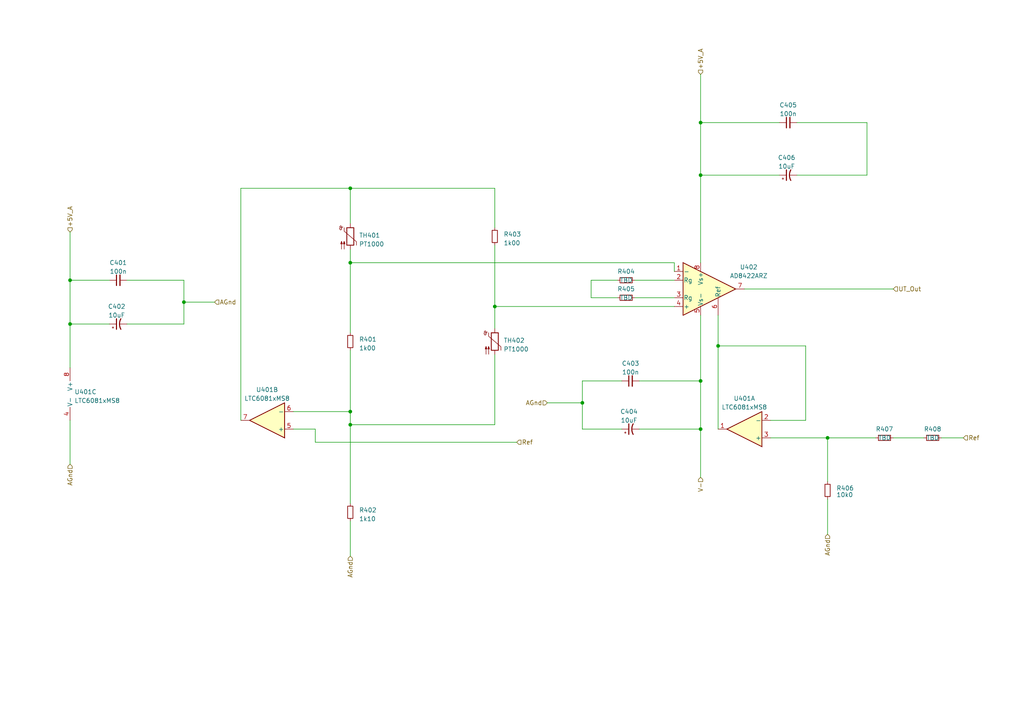
<source format=kicad_sch>
(kicad_sch (version 20230121) (generator eeschema)
  (paper "A4")
  (lib_symbols
    (symbol "Amplifier_Instrumentation:AD8422ARZ" (pin_names (offset 0.127))
      (property "Reference" "U" (at 3.556 7.366 0))
      (property "Value" "AD8422ARZ" (at 7.366 5.334 0))
      (symbol "AD8422ARZ_0_1"
        (polyline (pts (xy -5.08 7.62) (xy -5.08 -7.62) (xy 10.16 0) (xy -5.08 7.62)) (stroke (width 0.254)) (fill (type background)))
      )
      (symbol "AD8422ARZ_1_1"
        (pin input line (at -7.62 5.08 0) (length 2.54) (name "-") (number "1"))
        (pin passive line (at -7.62 2.54 0) (length 2.54) (name "Rg") (number "2"))
        (pin passive line (at -7.62 -2.54 0) (length 2.54) (name "Rg") (number "3"))
        (pin input line (at -7.62 -5.08 0) (length 2.54) (name "+") (number "4"))
        (pin power_in line (at 0 -7.62 90) (length 2.54) (name "Vs-") (number "5"))
        (pin passive line (at 5.08 -7.62 90) (length 5.08) (name "Ref") (number "6"))
        (pin output line (at 12.7 0 180) (length 2.54) (name "~") (number "7"))
        (pin power_in line (at 0 7.62 270) (length 2.54) (name "Vs+") (number "8"))
      )
    )
    (symbol "Amplifier_Operational:LTC6081xMS8" (pin_names (offset 0.127))
      (property "Reference" "U" (at 0 5.08 0))
      (property "Value" "LTC6081xMS8" (at 0 -5.08 0))
      (symbol "LTC6081xMS8_1_1"
        (polyline (pts (xy -5.08 5.08) (xy 5.08 0) (xy -5.08 -5.08) (xy -5.08 5.08)) (stroke (width 0.254)) (fill (type background)))
        (pin output line (at 7.62 0 180) (length 2.54) (name "~") (number "1"))
        (pin input line (at -7.62 -2.54 0) (length 2.54) (name "-") (number "2"))
        (pin input line (at -7.62 2.54 0) (length 2.54) (name "+") (number "3"))
      )
      (symbol "LTC6081xMS8_2_1"
        (polyline (pts (xy -5.08 5.08) (xy 5.08 0) (xy -5.08 -5.08) (xy -5.08 5.08)) (stroke (width 0.254)) (fill (type background)))
        (pin input line (at -7.62 2.54 0) (length 2.54) (name "+") (number "5"))
        (pin input line (at -7.62 -2.54 0) (length 2.54) (name "-") (number "6"))
        (pin output line (at 7.62 0 180) (length 2.54) (name "~") (number "7"))
      )
      (symbol "LTC6081xMS8_3_1"
        (pin power_in line (at -2.54 -7.62 90) (length 3.81) (name "V-") (number "4"))
        (pin power_in line (at -2.54 7.62 270) (length 3.81) (name "V+") (number "8"))
      )
    )
    (symbol "Device:C_Polarized_Small_US" (pin_numbers hide) (pin_names (offset 0.254) hide)
      (property "Reference" "C" (at 0.254 1.778 0))
      (property "Value" "C_Polarized_Small_US" (at 0.254 -2.032 0))
      (symbol "C_Polarized_Small_US_0_1"
        (polyline (pts (xy -1.524 0.508) (xy 1.524 0.508)) (stroke (width 0.3048)))
        (polyline (pts (xy -1.27 1.524) (xy -0.762 1.524)))
        (polyline (pts (xy -1.016 1.27) (xy -1.016 1.778)))
        (arc (start 1.524 -0.762) (mid 0 -0.3734) (end -1.524 -0.762) (stroke (width 0.3048)))
      )
      (symbol "C_Polarized_Small_US_1_1"
        (pin passive line (at 0 2.54 270) (length 2.032) (name "~") (number "1"))
        (pin passive line (at 0 -2.54 90) (length 2.032) (name "~") (number "2"))
      )
    )
    (symbol "Device:C_Small" (pin_numbers hide) (pin_names (offset 0.254) hide)
      (property "Reference" "C" (at 0.254 1.778 0))
      (property "Value" "C_Small" (at 0.254 -2.032 0))
      (symbol "C_Small_0_1"
        (polyline (pts (xy -1.524 -0.508) (xy 1.524 -0.508)) (stroke (width 0.3302)))
        (polyline (pts (xy -1.524 0.508) (xy 1.524 0.508)) (stroke (width 0.3048)))
      )
      (symbol "C_Small_1_1"
        (pin passive line (at 0 2.54 270) (length 2.032) (name "~") (number "1"))
        (pin passive line (at 0 -2.54 90) (length 2.032) (name "~") (number "2"))
      )
    )
    (symbol "Device:R_Small" (pin_numbers hide) (pin_names (offset 0.254) hide)
      (property "Reference" "R" (at 0.762 0.508 0))
      (property "Value" "R_Small" (at 0.762 -1.016 0))
      (symbol "R_Small_0_1"
        (rectangle (start -0.762 1.778) (end 0.762 -1.778) (stroke (width 0.2032)))
      )
      (symbol "R_Small_1_1"
        (pin passive line (at 0 2.54 270) (length 0.762) (name "~") (number "1"))
        (pin passive line (at 0 -2.54 90) (length 0.762) (name "~") (number "2"))
      )
    )
    (symbol "Sensor_Temperature:PT1000" (pin_numbers hide) (pin_names (offset 0))
      (property "Reference" "TH" (at -4.445 0 90))
      (property "Value" "PT1000" (at 3.175 0 90))
      (symbol "PT1000_0_1"
        (arc (start -3.048 2.159) (mid -3.0495 2.3143) (end -3.175 2.413))
        (arc (start -3.048 2.159) (mid -2.9736 1.9794) (end -2.794 1.905))
        (arc (start -3.048 2.794) (mid -2.9736 2.6144) (end -2.794 2.54))
        (arc (start -2.794 1.905) (mid -2.6144 1.9794) (end -2.54 2.159))
        (arc (start -2.794 2.54) (mid -2.4393 2.5587) (end -2.159 2.794))
        (arc (start -2.794 3.048) (mid -2.9736 2.9736) (end -3.048 2.794))
        (arc (start -2.54 2.794) (mid -2.6144 2.9736) (end -2.794 3.048))
        (rectangle (start -1.016 2.54) (end 1.016 -2.54) (stroke (width 0.254)))
        (polyline (pts (xy -2.54 2.159) (xy -2.54 2.794)))
        (polyline (pts (xy -1.778 2.54) (xy -1.778 1.524) (xy 1.778 -1.524) (xy 1.778 -2.54)))
        (polyline (pts (xy -2.54 -3.683) (xy -2.54 -1.397) (xy -2.794 -2.159) (xy -2.286 -2.159) (xy -2.54 -1.397) (xy -2.54 -1.651)) (fill (type outline)))
        (polyline (pts (xy -1.778 -3.683) (xy -1.778 -1.397) (xy -2.032 -2.159) (xy -1.524 -2.159) (xy -1.778 -1.397) (xy -1.778 -1.651)) (fill (type outline)))
      )
      (symbol "PT1000_1_1"
        (pin passive line (at 0 3.81 270) (length 1.27) (name "~") (number "1"))
        (pin passive line (at 0 -3.81 90) (length 1.27) (name "~") (number "2"))
      )
    )
  )
  (junction (at 20.32 93.98))
  (junction (at 53.34 87.63))
  (junction (at 101.6 123.19))
  (junction (at 203.2 110.49))
  (junction (at 208.28 100.33))
  (junction (at 101.6 119.38))
  (junction (at 240.03 127))
  (junction (at 168.91 116.84))
  (junction (at 203.2 124.46))
  (junction (at 203.2 50.8))
  (junction (at 101.6 76.2))
  (junction (at 101.6 54.61))
  (junction (at 20.32 81.28))
  (junction (at 203.2 35.56))
  (junction (at 143.51 88.9))
  (wire (pts (xy 231.14 35.56) (xy 251.46 35.56)))
  (wire (pts (xy 101.6 72.39) (xy 101.6 76.2)))
  (wire (pts (xy 168.91 110.49) (xy 180.34 110.49)))
  (wire (pts (xy 240.03 127) (xy 254 127)))
  (wire (pts (xy 180.34 124.46) (xy 168.91 124.46)))
  (wire (pts (xy 91.44 128.27) (xy 149.86 128.27)))
  (wire (pts (xy 31.75 81.28) (xy 20.32 81.28)))
  (wire (pts (xy 223.52 121.92) (xy 233.68 121.92)))
  (wire (pts (xy 185.42 110.49) (xy 203.2 110.49)))
  (wire (pts (xy 184.15 86.36) (xy 195.58 86.36)))
  (wire (pts (xy 259.08 127) (xy 267.97 127)))
  (wire (pts (xy 171.45 86.36) (xy 171.45 81.28)))
  (wire (pts (xy 20.32 121.92) (xy 20.32 134.62)))
  (wire (pts (xy 101.6 76.2) (xy 101.6 96.52)))
  (wire (pts (xy 53.34 93.98) (xy 36.83 93.98)))
  (wire (pts (xy 101.6 119.38) (xy 101.6 123.19)))
  (wire (pts (xy 195.58 76.2) (xy 195.58 78.74)))
  (wire (pts (xy 233.68 121.92) (xy 233.68 100.33)))
  (wire (pts (xy 203.2 110.49) (xy 203.2 124.46)))
  (wire (pts (xy 185.42 124.46) (xy 203.2 124.46)))
  (wire (pts (xy 168.91 124.46) (xy 168.91 116.84)))
  (wire (pts (xy 91.44 124.46) (xy 91.44 128.27)))
  (wire (pts (xy 143.51 123.19) (xy 143.51 102.87)))
  (wire (pts (xy 203.2 91.44) (xy 203.2 110.49)))
  (wire (pts (xy 85.09 119.38) (xy 101.6 119.38)))
  (wire (pts (xy 215.9 83.82) (xy 259.08 83.82)))
  (wire (pts (xy 203.2 35.56) (xy 203.2 50.8)))
  (wire (pts (xy 69.85 54.61) (xy 101.6 54.61)))
  (wire (pts (xy 36.83 81.28) (xy 53.34 81.28)))
  (wire (pts (xy 101.6 54.61) (xy 101.6 64.77)))
  (wire (pts (xy 184.15 81.28) (xy 195.58 81.28)))
  (wire (pts (xy 20.32 81.28) (xy 20.32 93.98)))
  (wire (pts (xy 53.34 81.28) (xy 53.34 87.63)))
  (wire (pts (xy 233.68 100.33) (xy 208.28 100.33)))
  (wire (pts (xy 168.91 116.84) (xy 168.91 110.49)))
  (wire (pts (xy 273.05 127) (xy 279.4 127)))
  (wire (pts (xy 203.2 35.56) (xy 226.06 35.56)))
  (wire (pts (xy 20.32 93.98) (xy 20.32 106.68)))
  (wire (pts (xy 203.2 124.46) (xy 203.2 138.43)))
  (wire (pts (xy 223.52 127) (xy 240.03 127)))
  (wire (pts (xy 101.6 76.2) (xy 195.58 76.2)))
  (wire (pts (xy 208.28 91.44) (xy 208.28 100.33)))
  (wire (pts (xy 203.2 50.8) (xy 226.06 50.8)))
  (wire (pts (xy 240.03 144.78) (xy 240.03 154.94)))
  (wire (pts (xy 101.6 101.6) (xy 101.6 119.38)))
  (wire (pts (xy 53.34 87.63) (xy 62.23 87.63)))
  (wire (pts (xy 171.45 81.28) (xy 179.07 81.28)))
  (wire (pts (xy 208.28 100.33) (xy 208.28 124.46)))
  (wire (pts (xy 91.44 124.46) (xy 85.09 124.46)))
  (wire (pts (xy 143.51 88.9) (xy 143.51 95.25)))
  (wire (pts (xy 53.34 87.63) (xy 53.34 93.98)))
  (wire (pts (xy 251.46 50.8) (xy 231.14 50.8)))
  (wire (pts (xy 20.32 67.31) (xy 20.32 81.28)))
  (wire (pts (xy 69.85 121.92) (xy 69.85 54.61)))
  (wire (pts (xy 195.58 88.9) (xy 143.51 88.9)))
  (wire (pts (xy 20.32 93.98) (xy 31.75 93.98)))
  (wire (pts (xy 240.03 139.7) (xy 240.03 127)))
  (wire (pts (xy 101.6 123.19) (xy 101.6 146.05)))
  (wire (pts (xy 203.2 21.59) (xy 203.2 35.56)))
  (wire (pts (xy 203.2 50.8) (xy 203.2 76.2)))
  (wire (pts (xy 143.51 54.61) (xy 143.51 66.04)))
  (wire (pts (xy 101.6 123.19) (xy 143.51 123.19)))
  (wire (pts (xy 251.46 35.56) (xy 251.46 50.8)))
  (wire (pts (xy 101.6 151.13) (xy 101.6 161.29)))
  (wire (pts (xy 158.75 116.84) (xy 168.91 116.84)))
  (wire (pts (xy 101.6 54.61) (xy 143.51 54.61)))
  (wire (pts (xy 179.07 86.36) (xy 171.45 86.36)))
  (wire (pts (xy 143.51 71.12) (xy 143.51 88.9)))
  (hierarchical_label "AGnd" (shape input) (at 240.03 154.94 270))
  (hierarchical_label "AGnd" (shape input) (at 62.23 87.63 0))
  (hierarchical_label "+5V_A" (shape input) (at 20.32 67.31 90))
  (hierarchical_label "+5V_A" (shape input) (at 203.2 21.59 90))
  (hierarchical_label "AGnd" (shape input) (at 20.32 134.62 270))
  (hierarchical_label "Ref" (shape input) (at 279.4 127 0))
  (hierarchical_label "V-" (shape input) (at 203.2 138.43 270))
  (hierarchical_label "AGnd" (shape input) (at 101.6 161.29 270))
  (hierarchical_label "AGnd" (shape input) (at 158.75 116.84 180))
  (hierarchical_label "Ref" (shape input) (at 149.86 128.27 0))
  (hierarchical_label "UT_Out" (shape input) (at 259.08 83.82 0))
  (symbol (lib_id "Device:C_Small") (at 228.6 35.56 90) (unit 1)
    (property "Reference" "C405" (at 228.6063 30.48 90))
    (property "Value" "100n" (at 228.6063 33.02 90))
    (property "Footprint" "Capacitor_SMD:C_0805_2012Metric" (effects hide))
  )
  (symbol (lib_id "Device:R_Small") (at 143.51 68.58 0) (unit 1)
    (property "Reference" "R403" (at 146.05 67.945 0) (effects (justify left)))
    (property "Value" "1k00" (at 146.05 70.485 0) (effects (justify left)))
    (property "Footprint" "Resistor_SMD:R_0805_2012Metric" (effects hide))
  )
  (symbol (lib_id "Sensor_Temperature:PT1000") (at 143.51 99.06 0) (unit 1)
    (property "Reference" "TH402" (at 146.05 98.7425 0) (effects (justify left)))
    (property "Value" "PT1000" (at 146.05 101.2825 0) (effects (justify left)))
    (property "Footprint" "Resistor_SMD:R_0805_2012Metric" (effects hide))
    (property "Datasheet" "https://www.heraeus.com/media/media/group/doc_group/products_1/hst/sot_to/de_15/to_92_d.pdf" (effects hide))
  )
  (symbol (lib_id "Device:C_Polarized_Small_US") (at 228.6 50.8 90) (unit 1)
    (property "Reference" "C406" (at 228.1682 45.72 90))
    (property "Value" "10uF" (at 228.1682 48.26 90))
    (property "Footprint" "Capacitor_Tantalum_SMD:CP_EIA-3216-18_Kemet-A" (effects hide))
  )
  (symbol (lib_id "Device:R_Small") (at 101.6 99.06 0) (unit 1)
    (property "Reference" "R401" (at 104.14 98.425 0) (effects (justify left)))
    (property "Value" "1k00" (at 104.14 100.965 0) (effects (justify left)))
    (property "Footprint" "Resistor_SMD:R_0805_2012Metric" (effects hide))
  )
  (symbol (lib_id "Device:R_Small") (at 181.61 86.36 90) (unit 1)
    (property "Reference" "R405" (at 181.61 83.82 90))
    (property "Value" "TBD" (at 181.61 86.36 90))
    (property "Footprint" "Resistor_SMD:R_0805_2012Metric" (effects hide))
  )
  (symbol (lib_id "Device:C_Small") (at 34.29 81.28 90) (unit 1)
    (property "Reference" "C401" (at 34.2963 76.2 90))
    (property "Value" "100n" (at 34.2963 78.74 90))
    (property "Footprint" "Capacitor_SMD:C_0805_2012Metric" (effects hide))
    (instances (project "Untitled" (path "" (reference "C401") (unit 1))) (project "PCB project 1" (path "" (reference "C301") (unit 1))))
  )
  (symbol (lib_id "Amplifier_Operational:LTC6081xMS8") (at 77.47 121.92 180) (unit 2)
    (property "Reference" "U401" (at 77.47 113.03 0))
    (property "Value" "LTC6081xMS8" (at 77.47 115.57 0))
    (property "Footprint" "Package_SO:SOIC-8_3.9x4.9mm_P1.27mm" (effects hide))
    (property "Datasheet" "https://www.analog.com/media/en/technical-documentation/data-sheets/60812fd.pdf" (effects hide))
  )
  (symbol (lib_id "Amplifier_Instrumentation:AD8422ARZ") (at 203.2 83.82 0) (unit 1)
    (property "Reference" "U402" (at 217.17 77.47 0))
    (property "Value" "AD8422ARZ" (at 217.17 80.01 0))
    (property "Footprint" "Package_SO:SOIC-8_3.9x4.9mm_P1.27mm" (effects hide))
    (property "Datasheet" "https://www.analog.com/media/en/technical-documentation/data-sheets/AD8422.pdf" (effects hide))
  )
  (symbol (lib_id "Amplifier_Operational:LTC6081xMS8") (at 215.9 124.46 180) (unit 1)
    (property "Reference" "U401" (at 215.9 115.57 0))
    (property "Value" "LTC6081xMS8" (at 215.9 118.11 0))
    (property "Footprint" "Package_SO:SOIC-8_3.9x4.9mm_P1.27mm" (effects hide))
    (property "Datasheet" "https://www.analog.com/media/en/technical-documentation/data-sheets/60812fd.pdf" (effects hide))
  )
  (symbol (lib_id "Device:R_Small") (at 270.51 127 90) (unit 1)
    (property "Reference" "R408" (at 270.51 124.46 90))
    (property "Value" "TBD" (at 270.51 127 90))
    (property "Footprint" "Resistor_SMD:R_0805_2012Metric" (effects hide))
  )
  (symbol (lib_id "Sensor_Temperature:PT1000") (at 101.6 68.58 0) (unit 1)
    (property "Reference" "TH401" (at 104.14 68.2625 0) (effects (justify left)))
    (property "Value" "PT1000" (at 104.14 70.8025 0) (effects (justify left)))
    (property "Footprint" "Resistor_SMD:R_0805_2012Metric" (effects hide))
    (property "Datasheet" "https://www.heraeus.com/media/media/group/doc_group/products_1/hst/sot_to/de_15/to_92_d.pdf" (effects hide))
  )
  (symbol (lib_id "Amplifier_Operational:LTC6081xMS8") (at 22.86 114.3 0) (unit 3)
    (property "Reference" "U401" (at 21.59 113.665 0) (effects (justify left)))
    (property "Value" "LTC6081xMS8" (at 21.59 116.205 0) (effects (justify left)))
    (property "Footprint" "Package_SO:SOIC-8_3.9x4.9mm_P1.27mm" (effects hide))
    (property "Datasheet" "https://www.analog.com/media/en/technical-documentation/data-sheets/60812fd.pdf" (effects hide))
    (instances (project "Untitled" (path "" (reference "U401") (unit 3))) (project "PCB project 1" (path "" (reference "U301") (unit 3))))
  )
  (symbol (lib_id "Device:R_Small") (at 256.54 127 90) (unit 1)
    (property "Reference" "R407" (at 256.54 124.46 90))
    (property "Value" "TBD" (at 256.54 127 90))
    (property "Footprint" "Resistor_SMD:R_0805_2012Metric" (effects hide))
  )
  (symbol (lib_id "Device:R_Small") (at 240.03 142.24 0) (unit 1)
    (property "Reference" "R406" (at 242.57 141.605 0) (effects (justify left)))
    (property "Value" "10k0" (at 242.57 143.51 0) (effects (justify left)))
    (property "Footprint" "Resistor_SMD:R_0805_2012Metric" (effects hide))
  )
  (symbol (lib_id "Device:C_Polarized_Small_US") (at 34.29 93.98 90) (unit 1)
    (property "Reference" "C402" (at 33.8582 88.9 90))
    (property "Value" "10uF" (at 33.8582 91.44 90))
    (property "Footprint" "Capacitor_Tantalum_SMD:CP_EIA-3216-18_Kemet-A" (effects hide))
    (instances (project "Untitled" (path "" (reference "C402") (unit 1))) (project "PCB project 1" (path "" (reference "C302") (unit 1))))
  )
  (symbol (lib_id "Device:C_Polarized_Small_US") (at 182.88 124.46 90) (unit 1)
    (property "Reference" "C404" (at 182.4482 119.38 90))
    (property "Value" "10uF" (at 182.4482 121.92 90))
    (property "Footprint" "Capacitor_Tantalum_SMD:CP_EIA-3216-18_Kemet-A" (effects hide))
  )
  (symbol (lib_id "Device:R_Small") (at 181.61 81.28 90) (unit 1)
    (property "Reference" "R404" (at 181.61 78.74 90))
    (property "Value" "TBD" (at 181.61 81.28 90))
    (property "Footprint" "Resistor_SMD:R_0805_2012Metric" (effects hide))
  )
  (symbol (lib_id "Device:R_Small") (at 101.6 148.59 0) (unit 1)
    (property "Reference" "R402" (at 104.14 147.955 0) (effects (justify left)))
    (property "Value" "1k10" (at 104.14 150.495 0) (effects (justify left)))
    (property "Footprint" "Resistor_SMD:R_0805_2012Metric" (effects hide))
  )
  (symbol (lib_id "Device:C_Small") (at 182.88 110.49 90) (unit 1)
    (property "Reference" "C403" (at 182.8863 105.41 90))
    (property "Value" "100n" (at 182.8863 107.95 90))
    (property "Footprint" "Capacitor_SMD:C_0805_2012Metric" (effects hide))
  )
)
</source>
